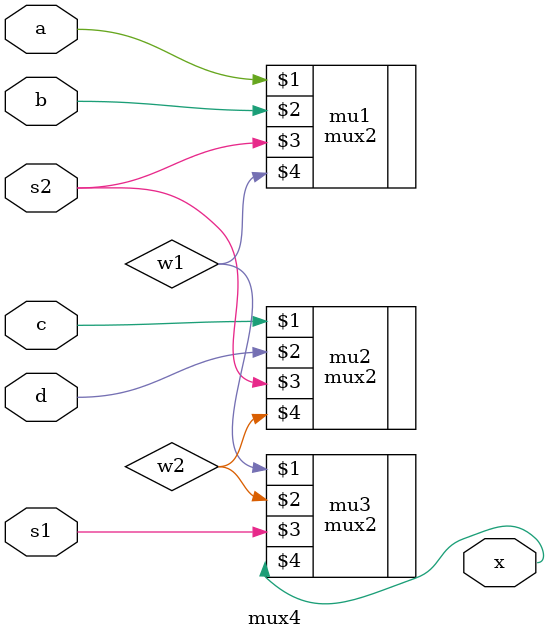
<source format=v>
module mux4(input a,b,c,d,s1,s2,output x);
wire w1,w2;
mux2 mu1(a,b,s2,w1);
mux2 mu2(c,d,s2,w2);
mux2 mu3(w1,w2,s1,x);
endmodule
</source>
